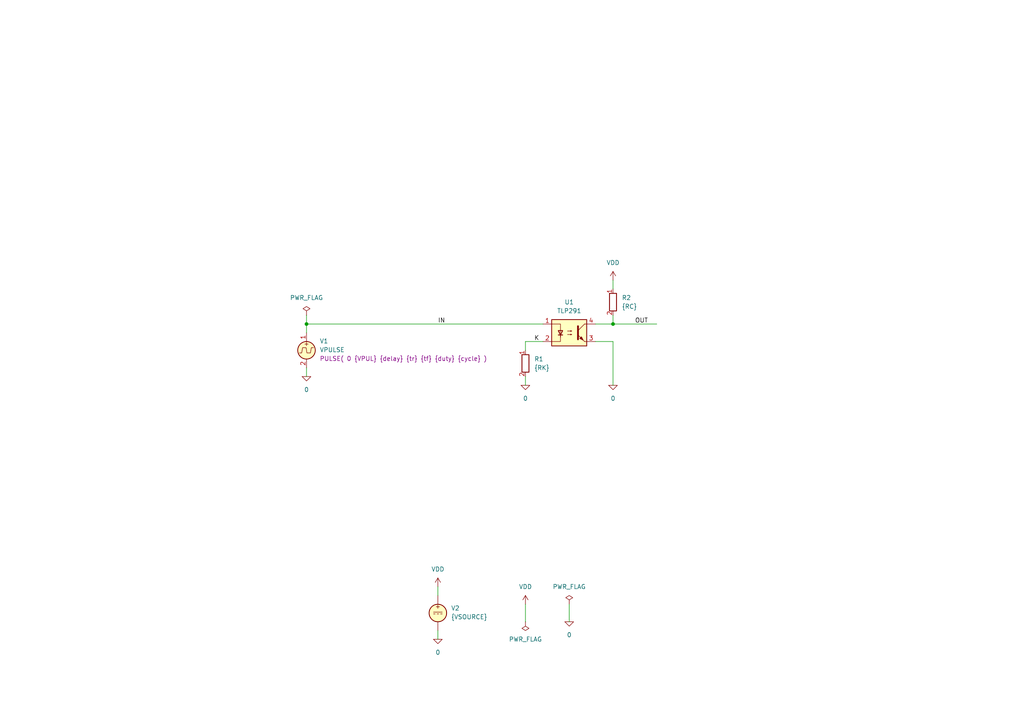
<source format=kicad_sch>
(kicad_sch
	(version 20250114)
	(generator "eeschema")
	(generator_version "9.0")
	(uuid "cef33da6-ee3a-481d-aa2f-4ac10bc73e39")
	(paper "A4")
	(title_block
		(title "Voltage:3.75Kv; Ctr Min:50%; VCE V(Br)Ceo:80V. DC")
		(date "2025-07-28")
		(rev "1")
		(company "astroelectronic@")
		(comment 1 "-")
		(comment 2 "-")
		(comment 3 "-")
		(comment 4 "AE01009291")
	)
	(lib_symbols
		(symbol "TLP291:0"
			(power)
			(pin_names
				(offset 0)
			)
			(exclude_from_sim no)
			(in_bom yes)
			(on_board yes)
			(property "Reference" "#GND"
				(at 0 -2.54 0)
				(effects
					(font
						(size 1.27 1.27)
					)
					(hide yes)
				)
			)
			(property "Value" "0"
				(at 0 -1.778 0)
				(effects
					(font
						(size 1.27 1.27)
					)
				)
			)
			(property "Footprint" ""
				(at 0 0 0)
				(effects
					(font
						(size 1.27 1.27)
					)
					(hide yes)
				)
			)
			(property "Datasheet" "~"
				(at 0 0 0)
				(effects
					(font
						(size 1.27 1.27)
					)
					(hide yes)
				)
			)
			(property "Description" "0V reference potential for simulation"
				(at 0 0 0)
				(effects
					(font
						(size 1.27 1.27)
					)
					(hide yes)
				)
			)
			(property "ki_keywords" "simulation"
				(at 0 0 0)
				(effects
					(font
						(size 1.27 1.27)
					)
					(hide yes)
				)
			)
			(symbol "0_0_1"
				(polyline
					(pts
						(xy -1.27 0) (xy 0 -1.27) (xy 1.27 0) (xy -1.27 0)
					)
					(stroke
						(width 0)
						(type default)
					)
					(fill
						(type none)
					)
				)
			)
			(symbol "0_1_1"
				(pin power_in line
					(at 0 0 0)
					(length 0)
					(hide yes)
					(name "0"
						(effects
							(font
								(size 1.016 1.016)
							)
						)
					)
					(number "1"
						(effects
							(font
								(size 1.016 1.016)
							)
						)
					)
				)
			)
			(embedded_fonts no)
		)
		(symbol "TLP291:PWR_FLAG"
			(power)
			(pin_numbers
				(hide yes)
			)
			(pin_names
				(offset 0)
				(hide yes)
			)
			(exclude_from_sim no)
			(in_bom yes)
			(on_board yes)
			(property "Reference" "#FLG"
				(at 0 1.905 0)
				(effects
					(font
						(size 1.27 1.27)
					)
					(hide yes)
				)
			)
			(property "Value" "PWR_FLAG"
				(at 0 3.81 0)
				(effects
					(font
						(size 1.27 1.27)
					)
				)
			)
			(property "Footprint" ""
				(at 0 0 0)
				(effects
					(font
						(size 1.27 1.27)
					)
					(hide yes)
				)
			)
			(property "Datasheet" "~"
				(at 0 0 0)
				(effects
					(font
						(size 1.27 1.27)
					)
					(hide yes)
				)
			)
			(property "Description" "Special symbol for telling ERC where power comes from"
				(at 0 0 0)
				(effects
					(font
						(size 1.27 1.27)
					)
					(hide yes)
				)
			)
			(property "ki_keywords" "flag power"
				(at 0 0 0)
				(effects
					(font
						(size 1.27 1.27)
					)
					(hide yes)
				)
			)
			(symbol "PWR_FLAG_0_0"
				(pin power_out line
					(at 0 0 90)
					(length 0)
					(name "pwr"
						(effects
							(font
								(size 1.27 1.27)
							)
						)
					)
					(number "1"
						(effects
							(font
								(size 1.27 1.27)
							)
						)
					)
				)
			)
			(symbol "PWR_FLAG_0_1"
				(polyline
					(pts
						(xy 0 0) (xy 0 1.27) (xy -1.016 1.905) (xy 0 2.54) (xy 1.016 1.905) (xy 0 1.27)
					)
					(stroke
						(width 0)
						(type default)
					)
					(fill
						(type none)
					)
				)
			)
			(embedded_fonts no)
		)
		(symbol "TLP291:R"
			(pin_names
				(offset 0)
				(hide yes)
			)
			(exclude_from_sim no)
			(in_bom yes)
			(on_board yes)
			(property "Reference" "R"
				(at 2.032 0 90)
				(effects
					(font
						(size 1.27 1.27)
					)
				)
			)
			(property "Value" "R"
				(at 0 0 90)
				(effects
					(font
						(size 1.27 1.27)
					)
				)
			)
			(property "Footprint" ""
				(at -1.778 0 90)
				(effects
					(font
						(size 1.27 1.27)
					)
					(hide yes)
				)
			)
			(property "Datasheet" "~"
				(at 0 0 0)
				(effects
					(font
						(size 1.27 1.27)
					)
					(hide yes)
				)
			)
			(property "Description" "Resistor"
				(at 0 0 0)
				(effects
					(font
						(size 1.27 1.27)
					)
					(hide yes)
				)
			)
			(property "ki_keywords" "R res resistor"
				(at 0 0 0)
				(effects
					(font
						(size 1.27 1.27)
					)
					(hide yes)
				)
			)
			(property "ki_fp_filters" "R_*"
				(at 0 0 0)
				(effects
					(font
						(size 1.27 1.27)
					)
					(hide yes)
				)
			)
			(symbol "R_0_1"
				(rectangle
					(start -1.016 -2.54)
					(end 1.016 2.54)
					(stroke
						(width 0.254)
						(type default)
					)
					(fill
						(type none)
					)
				)
			)
			(symbol "R_1_1"
				(pin passive line
					(at 0 3.81 270)
					(length 1.27)
					(name "~"
						(effects
							(font
								(size 1.27 1.27)
							)
						)
					)
					(number "1"
						(effects
							(font
								(size 1.27 1.27)
							)
						)
					)
				)
				(pin passive line
					(at 0 -3.81 90)
					(length 1.27)
					(name "~"
						(effects
							(font
								(size 1.27 1.27)
							)
						)
					)
					(number "2"
						(effects
							(font
								(size 1.27 1.27)
							)
						)
					)
				)
			)
			(embedded_fonts no)
		)
		(symbol "TLP291:TLP291"
			(exclude_from_sim no)
			(in_bom yes)
			(on_board yes)
			(property "Reference" "U"
				(at -5.08 5.08 0)
				(effects
					(font
						(size 1.27 1.27)
					)
					(justify left)
				)
			)
			(property "Value" "TLP291"
				(at 0 5.08 0)
				(effects
					(font
						(size 1.27 1.27)
					)
					(justify left)
				)
			)
			(property "Footprint" "Package_SO:SOIC-4_4.55x2.6mm_P1.27mm"
				(at -5.08 -5.08 0)
				(effects
					(font
						(size 1.27 1.27)
						(italic yes)
					)
					(justify left)
					(hide yes)
				)
			)
			(property "Datasheet" "https://toshiba.semicon-storage.com/info/docget.jsp?did=12884&prodName=TLP291"
				(at 0 0 0)
				(effects
					(font
						(size 1.27 1.27)
					)
					(justify left)
					(hide yes)
				)
			)
			(property "Description" "DC Optocoupler, Vce 80V, CTR 50-100%, SOP4"
				(at 0 0 0)
				(effects
					(font
						(size 1.27 1.27)
					)
					(hide yes)
				)
			)
			(property "ki_keywords" "NPN DC Optocoupler"
				(at 0 0 0)
				(effects
					(font
						(size 1.27 1.27)
					)
					(hide yes)
				)
			)
			(property "ki_fp_filters" "SOIC*4.55x2.6mm*P1.27mm*"
				(at 0 0 0)
				(effects
					(font
						(size 1.27 1.27)
					)
					(hide yes)
				)
			)
			(symbol "TLP291_0_1"
				(rectangle
					(start -5.08 3.81)
					(end 5.08 -3.81)
					(stroke
						(width 0.254)
						(type default)
					)
					(fill
						(type background)
					)
				)
				(polyline
					(pts
						(xy -5.08 2.54) (xy -2.54 2.54) (xy -2.54 -1.27) (xy -2.54 0.635)
					)
					(stroke
						(width 0)
						(type default)
					)
					(fill
						(type none)
					)
				)
				(polyline
					(pts
						(xy -3.175 -0.635) (xy -1.905 -0.635)
					)
					(stroke
						(width 0.254)
						(type default)
					)
					(fill
						(type none)
					)
				)
				(polyline
					(pts
						(xy -2.54 -0.635) (xy -2.54 -2.54) (xy -5.08 -2.54)
					)
					(stroke
						(width 0)
						(type default)
					)
					(fill
						(type none)
					)
				)
				(polyline
					(pts
						(xy -2.54 -0.635) (xy -3.175 0.635) (xy -1.905 0.635) (xy -2.54 -0.635)
					)
					(stroke
						(width 0.254)
						(type default)
					)
					(fill
						(type none)
					)
				)
				(polyline
					(pts
						(xy -0.508 0.508) (xy 0.762 0.508) (xy 0.381 0.381) (xy 0.381 0.635) (xy 0.762 0.508)
					)
					(stroke
						(width 0)
						(type default)
					)
					(fill
						(type none)
					)
				)
				(polyline
					(pts
						(xy -0.508 -0.508) (xy 0.762 -0.508) (xy 0.381 -0.635) (xy 0.381 -0.381) (xy 0.762 -0.508)
					)
					(stroke
						(width 0)
						(type default)
					)
					(fill
						(type none)
					)
				)
				(polyline
					(pts
						(xy 2.54 1.905) (xy 2.54 -1.905)
					)
					(stroke
						(width 0.508)
						(type default)
					)
					(fill
						(type none)
					)
				)
				(polyline
					(pts
						(xy 2.54 0.635) (xy 4.445 2.54)
					)
					(stroke
						(width 0)
						(type default)
					)
					(fill
						(type none)
					)
				)
				(polyline
					(pts
						(xy 3.048 -1.651) (xy 3.556 -1.143) (xy 4.064 -2.159) (xy 3.048 -1.651)
					)
					(stroke
						(width 0)
						(type default)
					)
					(fill
						(type outline)
					)
				)
				(polyline
					(pts
						(xy 4.445 2.54) (xy 5.08 2.54)
					)
					(stroke
						(width 0)
						(type default)
					)
					(fill
						(type none)
					)
				)
				(polyline
					(pts
						(xy 4.445 -2.54) (xy 2.54 -0.635)
					)
					(stroke
						(width 0)
						(type default)
					)
					(fill
						(type outline)
					)
				)
				(polyline
					(pts
						(xy 4.445 -2.54) (xy 5.08 -2.54)
					)
					(stroke
						(width 0)
						(type default)
					)
					(fill
						(type none)
					)
				)
			)
			(symbol "TLP291_1_1"
				(pin passive line
					(at -7.62 2.54 0)
					(length 2.54)
					(name "~"
						(effects
							(font
								(size 1.27 1.27)
							)
						)
					)
					(number "1"
						(effects
							(font
								(size 1.27 1.27)
							)
						)
					)
				)
				(pin passive line
					(at -7.62 -2.54 0)
					(length 2.54)
					(name "~"
						(effects
							(font
								(size 1.27 1.27)
							)
						)
					)
					(number "2"
						(effects
							(font
								(size 1.27 1.27)
							)
						)
					)
				)
				(pin passive line
					(at 7.62 2.54 180)
					(length 2.54)
					(name "~"
						(effects
							(font
								(size 1.27 1.27)
							)
						)
					)
					(number "4"
						(effects
							(font
								(size 1.27 1.27)
							)
						)
					)
				)
				(pin passive line
					(at 7.62 -2.54 180)
					(length 2.54)
					(name "~"
						(effects
							(font
								(size 1.27 1.27)
							)
						)
					)
					(number "3"
						(effects
							(font
								(size 1.27 1.27)
							)
						)
					)
				)
			)
			(embedded_fonts no)
		)
		(symbol "TLP291:VDC"
			(pin_numbers
				(hide yes)
			)
			(pin_names
				(offset 0.0254)
			)
			(exclude_from_sim no)
			(in_bom yes)
			(on_board yes)
			(property "Reference" "V"
				(at 2.54 2.54 0)
				(effects
					(font
						(size 1.27 1.27)
					)
					(justify left)
				)
			)
			(property "Value" "1"
				(at 2.54 0 0)
				(effects
					(font
						(size 1.27 1.27)
					)
					(justify left)
				)
			)
			(property "Footprint" ""
				(at 0 0 0)
				(effects
					(font
						(size 1.27 1.27)
					)
					(hide yes)
				)
			)
			(property "Datasheet" "~"
				(at 0 0 0)
				(effects
					(font
						(size 1.27 1.27)
					)
					(hide yes)
				)
			)
			(property "Description" "Voltage source, DC"
				(at 0 0 0)
				(effects
					(font
						(size 1.27 1.27)
					)
					(hide yes)
				)
			)
			(property "Sim.Pins" "1=+ 2=-"
				(at 0 0 0)
				(effects
					(font
						(size 1.27 1.27)
					)
					(hide yes)
				)
			)
			(property "Sim.Type" "DC"
				(at 0 0 0)
				(effects
					(font
						(size 1.27 1.27)
					)
					(hide yes)
				)
			)
			(property "Sim.Device" "V"
				(at 0 0 0)
				(effects
					(font
						(size 1.27 1.27)
					)
					(justify left)
					(hide yes)
				)
			)
			(property "Spice_Netlist_Enabled" "Y"
				(at 0 0 0)
				(effects
					(font
						(size 1.27 1.27)
					)
					(justify left)
					(hide yes)
				)
			)
			(property "ki_keywords" "simulation"
				(at 0 0 0)
				(effects
					(font
						(size 1.27 1.27)
					)
					(hide yes)
				)
			)
			(symbol "VDC_0_0"
				(polyline
					(pts
						(xy -1.27 0.254) (xy 1.27 0.254)
					)
					(stroke
						(width 0)
						(type default)
					)
					(fill
						(type none)
					)
				)
				(polyline
					(pts
						(xy -0.762 -0.254) (xy -1.27 -0.254)
					)
					(stroke
						(width 0)
						(type default)
					)
					(fill
						(type none)
					)
				)
				(polyline
					(pts
						(xy 0.254 -0.254) (xy -0.254 -0.254)
					)
					(stroke
						(width 0)
						(type default)
					)
					(fill
						(type none)
					)
				)
				(polyline
					(pts
						(xy 1.27 -0.254) (xy 0.762 -0.254)
					)
					(stroke
						(width 0)
						(type default)
					)
					(fill
						(type none)
					)
				)
				(text "+"
					(at 0 1.905 0)
					(effects
						(font
							(size 1.27 1.27)
						)
					)
				)
			)
			(symbol "VDC_0_1"
				(circle
					(center 0 0)
					(radius 2.54)
					(stroke
						(width 0.254)
						(type default)
					)
					(fill
						(type background)
					)
				)
			)
			(symbol "VDC_1_1"
				(pin passive line
					(at 0 5.08 270)
					(length 2.54)
					(name "~"
						(effects
							(font
								(size 1.27 1.27)
							)
						)
					)
					(number "1"
						(effects
							(font
								(size 1.27 1.27)
							)
						)
					)
				)
				(pin passive line
					(at 0 -5.08 90)
					(length 2.54)
					(name "~"
						(effects
							(font
								(size 1.27 1.27)
							)
						)
					)
					(number "2"
						(effects
							(font
								(size 1.27 1.27)
							)
						)
					)
				)
			)
			(embedded_fonts no)
		)
		(symbol "TLP291:VDD"
			(power)
			(pin_names
				(offset 0)
			)
			(exclude_from_sim no)
			(in_bom yes)
			(on_board yes)
			(property "Reference" "#PWR"
				(at 0 -3.81 0)
				(effects
					(font
						(size 1.27 1.27)
					)
					(hide yes)
				)
			)
			(property "Value" "VDD"
				(at 0 3.81 0)
				(effects
					(font
						(size 1.27 1.27)
					)
				)
			)
			(property "Footprint" ""
				(at 0 0 0)
				(effects
					(font
						(size 1.27 1.27)
					)
					(hide yes)
				)
			)
			(property "Datasheet" ""
				(at 0 0 0)
				(effects
					(font
						(size 1.27 1.27)
					)
					(hide yes)
				)
			)
			(property "Description" "Power symbol creates a global label with name \"VDD\""
				(at 0 0 0)
				(effects
					(font
						(size 1.27 1.27)
					)
					(hide yes)
				)
			)
			(property "ki_keywords" "global power"
				(at 0 0 0)
				(effects
					(font
						(size 1.27 1.27)
					)
					(hide yes)
				)
			)
			(symbol "VDD_0_1"
				(polyline
					(pts
						(xy -0.762 1.27) (xy 0 2.54)
					)
					(stroke
						(width 0)
						(type default)
					)
					(fill
						(type none)
					)
				)
				(polyline
					(pts
						(xy 0 2.54) (xy 0.762 1.27)
					)
					(stroke
						(width 0)
						(type default)
					)
					(fill
						(type none)
					)
				)
				(polyline
					(pts
						(xy 0 0) (xy 0 2.54)
					)
					(stroke
						(width 0)
						(type default)
					)
					(fill
						(type none)
					)
				)
			)
			(symbol "VDD_1_1"
				(pin power_in line
					(at 0 0 90)
					(length 0)
					(hide yes)
					(name "VDD"
						(effects
							(font
								(size 1.27 1.27)
							)
						)
					)
					(number "1"
						(effects
							(font
								(size 1.27 1.27)
							)
						)
					)
				)
			)
			(embedded_fonts no)
		)
		(symbol "TLP291:VPULSE"
			(pin_names
				(offset 0.0254)
				(hide yes)
			)
			(exclude_from_sim no)
			(in_bom yes)
			(on_board yes)
			(property "Reference" "V"
				(at 2.54 2.54 0)
				(effects
					(font
						(size 1.27 1.27)
					)
					(justify left)
				)
			)
			(property "Value" "VPULSE"
				(at 2.54 0 0)
				(effects
					(font
						(size 1.27 1.27)
					)
					(justify left)
				)
			)
			(property "Footprint" ""
				(at 0 0 0)
				(effects
					(font
						(size 1.27 1.27)
					)
					(hide yes)
				)
			)
			(property "Datasheet" "~"
				(at 0 0 0)
				(effects
					(font
						(size 1.27 1.27)
					)
					(hide yes)
				)
			)
			(property "Description" "Voltage source, pulse"
				(at 0 0 0)
				(effects
					(font
						(size 1.27 1.27)
					)
					(hide yes)
				)
			)
			(property "Sim.Pins" "1=+ 2=-"
				(at 0 0 0)
				(effects
					(font
						(size 1.27 1.27)
					)
					(hide yes)
				)
			)
			(property "Sim.Type" "PULSE"
				(at 0 0 0)
				(effects
					(font
						(size 1.27 1.27)
					)
					(hide yes)
				)
			)
			(property "Sim.Device" "V"
				(at 0 0 0)
				(effects
					(font
						(size 1.27 1.27)
					)
					(justify left)
					(hide yes)
				)
			)
			(property "Sim.Params" "y1=0 y2=1 td=2n tr=2n tf=2n tw=50n per=100n"
				(at 2.54 -2.54 0)
				(effects
					(font
						(size 1.27 1.27)
					)
					(justify left)
				)
			)
			(property "Spice_Netlist_Enabled" "Y"
				(at 0 0 0)
				(effects
					(font
						(size 1.27 1.27)
					)
					(justify left)
					(hide yes)
				)
			)
			(property "ki_keywords" "simulation"
				(at 0 0 0)
				(effects
					(font
						(size 1.27 1.27)
					)
					(hide yes)
				)
			)
			(symbol "VPULSE_0_0"
				(polyline
					(pts
						(xy -2.032 -0.762) (xy -1.397 -0.762) (xy -1.143 0.762) (xy -0.127 0.762) (xy 0.127 -0.762) (xy 1.143 -0.762)
						(xy 1.397 0.762) (xy 2.032 0.762)
					)
					(stroke
						(width 0)
						(type default)
					)
					(fill
						(type none)
					)
				)
				(text "+"
					(at 0 1.905 0)
					(effects
						(font
							(size 1.27 1.27)
						)
					)
				)
			)
			(symbol "VPULSE_0_1"
				(circle
					(center 0 0)
					(radius 2.54)
					(stroke
						(width 0.254)
						(type default)
					)
					(fill
						(type background)
					)
				)
			)
			(symbol "VPULSE_1_1"
				(pin passive line
					(at 0 5.08 270)
					(length 2.54)
					(name "~"
						(effects
							(font
								(size 1.27 1.27)
							)
						)
					)
					(number "1"
						(effects
							(font
								(size 1.27 1.27)
							)
						)
					)
				)
				(pin passive line
					(at 0 -5.08 90)
					(length 2.54)
					(name "~"
						(effects
							(font
								(size 1.27 1.27)
							)
						)
					)
					(number "2"
						(effects
							(font
								(size 1.27 1.27)
							)
						)
					)
				)
			)
			(embedded_fonts no)
		)
	)
	(junction
		(at 88.9 93.98)
		(diameter 0)
		(color 0 0 0 0)
		(uuid "3a20abf5-22c3-41d7-b44a-9767458b3c3c")
	)
	(junction
		(at 177.8 93.98)
		(diameter 0)
		(color 0 0 0 0)
		(uuid "c39b429b-c697-40bf-9982-176ced41db60")
	)
	(wire
		(pts
			(xy 127 170.18) (xy 127 172.72)
		)
		(stroke
			(width 0)
			(type default)
		)
		(uuid "28873a31-74fb-4749-9e9d-b4a340ea1f56")
	)
	(wire
		(pts
			(xy 172.72 99.06) (xy 177.8 99.06)
		)
		(stroke
			(width 0)
			(type default)
		)
		(uuid "34ab66c4-8283-4071-b195-b330757025b0")
	)
	(wire
		(pts
			(xy 88.9 93.98) (xy 157.48 93.98)
		)
		(stroke
			(width 0)
			(type default)
		)
		(uuid "35742691-94e7-439e-8857-37c0c9c3e347")
	)
	(wire
		(pts
			(xy 88.9 91.44) (xy 88.9 93.98)
		)
		(stroke
			(width 0)
			(type default)
		)
		(uuid "3d60844d-ac83-408f-a3e4-77652e8d5322")
	)
	(wire
		(pts
			(xy 88.9 106.68) (xy 88.9 109.22)
		)
		(stroke
			(width 0)
			(type default)
		)
		(uuid "48337b8a-32cd-4fdd-8254-07e19e7208d8")
	)
	(wire
		(pts
			(xy 152.4 175.26) (xy 152.4 180.34)
		)
		(stroke
			(width 0)
			(type default)
		)
		(uuid "4ae60f2d-dd02-4f5f-b523-25109d3577a1")
	)
	(wire
		(pts
			(xy 177.8 91.44) (xy 177.8 93.98)
		)
		(stroke
			(width 0)
			(type default)
		)
		(uuid "56f805e4-12e4-49c4-8ade-d59d0956a1d1")
	)
	(wire
		(pts
			(xy 152.4 109.22) (xy 152.4 111.76)
		)
		(stroke
			(width 0)
			(type default)
		)
		(uuid "594aecda-9ac3-40d7-822c-d48146bcc8b5")
	)
	(wire
		(pts
			(xy 165.1 175.26) (xy 165.1 180.34)
		)
		(stroke
			(width 0)
			(type default)
		)
		(uuid "80f09124-85e6-46ae-b912-35b696d61e49")
	)
	(wire
		(pts
			(xy 127 182.88) (xy 127 185.42)
		)
		(stroke
			(width 0)
			(type default)
		)
		(uuid "89393652-650d-4d89-a225-638ef39e0473")
	)
	(wire
		(pts
			(xy 177.8 99.06) (xy 177.8 111.76)
		)
		(stroke
			(width 0)
			(type default)
		)
		(uuid "a124b771-473c-4461-8d38-c604d8a26151")
	)
	(wire
		(pts
			(xy 177.8 93.98) (xy 190.5 93.98)
		)
		(stroke
			(width 0)
			(type default)
		)
		(uuid "c7de399e-50e6-4e40-a092-f3eff242241b")
	)
	(wire
		(pts
			(xy 152.4 99.06) (xy 152.4 101.6)
		)
		(stroke
			(width 0)
			(type default)
		)
		(uuid "d09866f8-8de1-4f29-aba3-542f543a5ab0")
	)
	(wire
		(pts
			(xy 177.8 81.28) (xy 177.8 83.82)
		)
		(stroke
			(width 0)
			(type default)
		)
		(uuid "d0ee27f6-2513-4150-b757-975715e834cf")
	)
	(wire
		(pts
			(xy 157.48 99.06) (xy 152.4 99.06)
		)
		(stroke
			(width 0)
			(type default)
		)
		(uuid "d126c1d1-41d4-4698-9640-2db48971be8b")
	)
	(wire
		(pts
			(xy 172.72 93.98) (xy 177.8 93.98)
		)
		(stroke
			(width 0)
			(type default)
		)
		(uuid "df3ed64e-9c5e-4960-9c93-53ccc5e4b648")
	)
	(wire
		(pts
			(xy 88.9 93.98) (xy 88.9 96.52)
		)
		(stroke
			(width 0)
			(type default)
		)
		(uuid "e9075dfb-f44f-4547-b92e-f31aca471348")
	)
	(label "K"
		(at 154.94 99.06 0)
		(effects
			(font
				(size 1.27 1.27)
			)
			(justify left bottom)
		)
		(uuid "1f9a691f-3d99-4cf3-b4ee-331675fb09af")
	)
	(label "IN"
		(at 127 93.98 0)
		(effects
			(font
				(size 1.27 1.27)
			)
			(justify left bottom)
		)
		(uuid "42d93ba0-ee3e-40e5-b6e7-a8e66a933ee2")
	)
	(label "OUT"
		(at 184.15 93.98 0)
		(effects
			(font
				(size 1.27 1.27)
			)
			(justify left bottom)
		)
		(uuid "ec07b2e3-e982-4e51-a01d-bf5cd504bf04")
	)
	(symbol
		(lib_id "TLP291:R")
		(at 177.8 87.63 0)
		(unit 1)
		(exclude_from_sim no)
		(in_bom yes)
		(on_board yes)
		(dnp no)
		(fields_autoplaced yes)
		(uuid "0606400d-67f8-4706-a9b3-3828a33b3440")
		(property "Reference" "R2"
			(at 180.34 86.3599 0)
			(effects
				(font
					(size 1.27 1.27)
				)
				(justify left)
			)
		)
		(property "Value" "{RC}"
			(at 180.34 88.8999 0)
			(effects
				(font
					(size 1.27 1.27)
				)
				(justify left)
			)
		)
		(property "Footprint" ""
			(at 176.022 87.63 90)
			(effects
				(font
					(size 1.27 1.27)
				)
				(hide yes)
			)
		)
		(property "Datasheet" "~"
			(at 177.8 87.63 0)
			(effects
				(font
					(size 1.27 1.27)
				)
				(hide yes)
			)
		)
		(property "Description" "Resistor"
			(at 177.8 87.63 0)
			(effects
				(font
					(size 1.27 1.27)
				)
				(hide yes)
			)
		)
		(pin "2"
			(uuid "d776f0e7-b2a5-4bf3-b81e-7c362ff11939")
		)
		(pin "1"
			(uuid "2b33c4f4-9af2-4c13-a85c-d021abce6d3b")
		)
		(instances
			(project "TLP291"
				(path "/cef33da6-ee3a-481d-aa2f-4ac10bc73e39"
					(reference "R2")
					(unit 1)
				)
			)
		)
	)
	(symbol
		(lib_id "TLP291:PWR_FLAG")
		(at 165.1 175.26 0)
		(unit 1)
		(exclude_from_sim no)
		(in_bom yes)
		(on_board yes)
		(dnp no)
		(fields_autoplaced yes)
		(uuid "083cd355-0705-466a-9708-2e1fb7f37dd7")
		(property "Reference" "#FLG02"
			(at 165.1 173.355 0)
			(effects
				(font
					(size 1.27 1.27)
				)
				(hide yes)
			)
		)
		(property "Value" "PWR_FLAG"
			(at 165.1 170.18 0)
			(effects
				(font
					(size 1.27 1.27)
				)
			)
		)
		(property "Footprint" ""
			(at 165.1 175.26 0)
			(effects
				(font
					(size 1.27 1.27)
				)
				(hide yes)
			)
		)
		(property "Datasheet" "~"
			(at 165.1 175.26 0)
			(effects
				(font
					(size 1.27 1.27)
				)
				(hide yes)
			)
		)
		(property "Description" "Special symbol for telling ERC where power comes from"
			(at 165.1 175.26 0)
			(effects
				(font
					(size 1.27 1.27)
				)
				(hide yes)
			)
		)
		(pin "1"
			(uuid "4e8ad974-d7fb-4d4f-9bf9-c7e57ce2e35e")
		)
		(instances
			(project "TLP291"
				(path "/cef33da6-ee3a-481d-aa2f-4ac10bc73e39"
					(reference "#FLG02")
					(unit 1)
				)
			)
		)
	)
	(symbol
		(lib_id "TLP291:VDD")
		(at 127 170.18 0)
		(unit 1)
		(exclude_from_sim no)
		(in_bom yes)
		(on_board yes)
		(dnp no)
		(fields_autoplaced yes)
		(uuid "62a60ed7-0676-4f90-9505-276c41e99779")
		(property "Reference" "#PWR02"
			(at 127 173.99 0)
			(effects
				(font
					(size 1.27 1.27)
				)
				(hide yes)
			)
		)
		(property "Value" "VDD"
			(at 127 165.1 0)
			(effects
				(font
					(size 1.27 1.27)
				)
			)
		)
		(property "Footprint" ""
			(at 127 170.18 0)
			(effects
				(font
					(size 1.27 1.27)
				)
				(hide yes)
			)
		)
		(property "Datasheet" ""
			(at 127 170.18 0)
			(effects
				(font
					(size 1.27 1.27)
				)
				(hide yes)
			)
		)
		(property "Description" "Power symbol creates a global label with name \"VDD\""
			(at 127 170.18 0)
			(effects
				(font
					(size 1.27 1.27)
				)
				(hide yes)
			)
		)
		(pin "1"
			(uuid "eda5ffca-2b61-408e-b4cb-9ed5563f7655")
		)
		(instances
			(project "TLP291"
				(path "/cef33da6-ee3a-481d-aa2f-4ac10bc73e39"
					(reference "#PWR02")
					(unit 1)
				)
			)
		)
	)
	(symbol
		(lib_id "TLP291:VDD")
		(at 177.8 81.28 0)
		(unit 1)
		(exclude_from_sim no)
		(in_bom yes)
		(on_board yes)
		(dnp no)
		(fields_autoplaced yes)
		(uuid "6c1d49d9-bb31-41ca-b768-287004d2f065")
		(property "Reference" "#PWR01"
			(at 177.8 85.09 0)
			(effects
				(font
					(size 1.27 1.27)
				)
				(hide yes)
			)
		)
		(property "Value" "VDD"
			(at 177.8 76.2 0)
			(effects
				(font
					(size 1.27 1.27)
				)
			)
		)
		(property "Footprint" ""
			(at 177.8 81.28 0)
			(effects
				(font
					(size 1.27 1.27)
				)
				(hide yes)
			)
		)
		(property "Datasheet" ""
			(at 177.8 81.28 0)
			(effects
				(font
					(size 1.27 1.27)
				)
				(hide yes)
			)
		)
		(property "Description" "Power symbol creates a global label with name \"VDD\""
			(at 177.8 81.28 0)
			(effects
				(font
					(size 1.27 1.27)
				)
				(hide yes)
			)
		)
		(pin "1"
			(uuid "93bb6bf4-5b06-489f-936d-3e037857d667")
		)
		(instances
			(project "TLP291"
				(path "/cef33da6-ee3a-481d-aa2f-4ac10bc73e39"
					(reference "#PWR01")
					(unit 1)
				)
			)
		)
	)
	(symbol
		(lib_id "TLP291:0")
		(at 165.1 180.34 0)
		(unit 1)
		(exclude_from_sim no)
		(in_bom yes)
		(on_board yes)
		(dnp no)
		(fields_autoplaced yes)
		(uuid "7154320e-0254-43c1-ada9-a04045e148ea")
		(property "Reference" "#GND05"
			(at 165.1 182.88 0)
			(effects
				(font
					(size 1.27 1.27)
				)
				(hide yes)
			)
		)
		(property "Value" "0"
			(at 165.1 184.15 0)
			(effects
				(font
					(size 1.27 1.27)
				)
			)
		)
		(property "Footprint" ""
			(at 165.1 180.34 0)
			(effects
				(font
					(size 1.27 1.27)
				)
				(hide yes)
			)
		)
		(property "Datasheet" "~"
			(at 165.1 180.34 0)
			(effects
				(font
					(size 1.27 1.27)
				)
				(hide yes)
			)
		)
		(property "Description" "0V reference potential for simulation"
			(at 165.1 180.34 0)
			(effects
				(font
					(size 1.27 1.27)
				)
				(hide yes)
			)
		)
		(pin "1"
			(uuid "9d076c22-6245-43be-bd11-6d4c02d08777")
		)
		(instances
			(project "TLP291"
				(path "/cef33da6-ee3a-481d-aa2f-4ac10bc73e39"
					(reference "#GND05")
					(unit 1)
				)
			)
		)
	)
	(symbol
		(lib_id "TLP291:0")
		(at 127 185.42 0)
		(unit 1)
		(exclude_from_sim no)
		(in_bom yes)
		(on_board yes)
		(dnp no)
		(fields_autoplaced yes)
		(uuid "8a7ab145-1b03-4744-a0c1-eaf5c62c58b1")
		(property "Reference" "#GND04"
			(at 127 187.96 0)
			(effects
				(font
					(size 1.27 1.27)
				)
				(hide yes)
			)
		)
		(property "Value" "0"
			(at 127 189.23 0)
			(effects
				(font
					(size 1.27 1.27)
				)
			)
		)
		(property "Footprint" ""
			(at 127 185.42 0)
			(effects
				(font
					(size 1.27 1.27)
				)
				(hide yes)
			)
		)
		(property "Datasheet" "~"
			(at 127 185.42 0)
			(effects
				(font
					(size 1.27 1.27)
				)
				(hide yes)
			)
		)
		(property "Description" "0V reference potential for simulation"
			(at 127 185.42 0)
			(effects
				(font
					(size 1.27 1.27)
				)
				(hide yes)
			)
		)
		(pin "1"
			(uuid "8cf3d99a-3d6b-4867-b231-25b1ff4a05ee")
		)
		(instances
			(project "TLP291"
				(path "/cef33da6-ee3a-481d-aa2f-4ac10bc73e39"
					(reference "#GND04")
					(unit 1)
				)
			)
		)
	)
	(symbol
		(lib_id "TLP291:0")
		(at 152.4 111.76 0)
		(unit 1)
		(exclude_from_sim no)
		(in_bom yes)
		(on_board yes)
		(dnp no)
		(fields_autoplaced yes)
		(uuid "9623ea41-2ac5-44c3-b1f5-ca5522ef3b53")
		(property "Reference" "#GND02"
			(at 152.4 114.3 0)
			(effects
				(font
					(size 1.27 1.27)
				)
				(hide yes)
			)
		)
		(property "Value" "0"
			(at 152.4 115.57 0)
			(effects
				(font
					(size 1.27 1.27)
				)
			)
		)
		(property "Footprint" ""
			(at 152.4 111.76 0)
			(effects
				(font
					(size 1.27 1.27)
				)
				(hide yes)
			)
		)
		(property "Datasheet" "~"
			(at 152.4 111.76 0)
			(effects
				(font
					(size 1.27 1.27)
				)
				(hide yes)
			)
		)
		(property "Description" "0V reference potential for simulation"
			(at 152.4 111.76 0)
			(effects
				(font
					(size 1.27 1.27)
				)
				(hide yes)
			)
		)
		(pin "1"
			(uuid "8bf4e401-4aff-4d3f-999a-a2c3234153eb")
		)
		(instances
			(project "TLP291"
				(path "/cef33da6-ee3a-481d-aa2f-4ac10bc73e39"
					(reference "#GND02")
					(unit 1)
				)
			)
		)
	)
	(symbol
		(lib_id "TLP291:R")
		(at 152.4 105.41 0)
		(unit 1)
		(exclude_from_sim no)
		(in_bom yes)
		(on_board yes)
		(dnp no)
		(fields_autoplaced yes)
		(uuid "97a1c947-000d-46d0-b9a6-7d679e1cdcd7")
		(property "Reference" "R1"
			(at 154.94 104.1399 0)
			(effects
				(font
					(size 1.27 1.27)
				)
				(justify left)
			)
		)
		(property "Value" "{RK}"
			(at 154.94 106.6799 0)
			(effects
				(font
					(size 1.27 1.27)
				)
				(justify left)
			)
		)
		(property "Footprint" ""
			(at 150.622 105.41 90)
			(effects
				(font
					(size 1.27 1.27)
				)
				(hide yes)
			)
		)
		(property "Datasheet" "~"
			(at 152.4 105.41 0)
			(effects
				(font
					(size 1.27 1.27)
				)
				(hide yes)
			)
		)
		(property "Description" "Resistor"
			(at 152.4 105.41 0)
			(effects
				(font
					(size 1.27 1.27)
				)
				(hide yes)
			)
		)
		(pin "2"
			(uuid "d7709648-a7a1-4426-8378-298c75330066")
		)
		(pin "1"
			(uuid "dc8c0090-8cb8-444d-a111-a9fff2c46bd0")
		)
		(instances
			(project "TLP291"
				(path "/cef33da6-ee3a-481d-aa2f-4ac10bc73e39"
					(reference "R1")
					(unit 1)
				)
			)
		)
	)
	(symbol
		(lib_id "TLP291:PWR_FLAG")
		(at 152.4 180.34 180)
		(unit 1)
		(exclude_from_sim no)
		(in_bom yes)
		(on_board yes)
		(dnp no)
		(fields_autoplaced yes)
		(uuid "b601d645-9cad-4a32-a122-df0622433b57")
		(property "Reference" "#FLG03"
			(at 152.4 182.245 0)
			(effects
				(font
					(size 1.27 1.27)
				)
				(hide yes)
			)
		)
		(property "Value" "PWR_FLAG"
			(at 152.4 185.42 0)
			(effects
				(font
					(size 1.27 1.27)
				)
			)
		)
		(property "Footprint" ""
			(at 152.4 180.34 0)
			(effects
				(font
					(size 1.27 1.27)
				)
				(hide yes)
			)
		)
		(property "Datasheet" "~"
			(at 152.4 180.34 0)
			(effects
				(font
					(size 1.27 1.27)
				)
				(hide yes)
			)
		)
		(property "Description" "Special symbol for telling ERC where power comes from"
			(at 152.4 180.34 0)
			(effects
				(font
					(size 1.27 1.27)
				)
				(hide yes)
			)
		)
		(pin "1"
			(uuid "a71b6397-23fb-4bf8-8465-84603526fd62")
		)
		(instances
			(project "TLP291"
				(path "/cef33da6-ee3a-481d-aa2f-4ac10bc73e39"
					(reference "#FLG03")
					(unit 1)
				)
			)
		)
	)
	(symbol
		(lib_id "TLP291:TLP291")
		(at 165.1 96.52 0)
		(unit 1)
		(exclude_from_sim no)
		(in_bom yes)
		(on_board yes)
		(dnp no)
		(uuid "b8cf5810-ab51-42f9-8a08-fe8491ce5136")
		(property "Reference" "U1"
			(at 165.1 87.63 0)
			(effects
				(font
					(size 1.27 1.27)
				)
			)
		)
		(property "Value" "TLP291"
			(at 165.1 90.17 0)
			(effects
				(font
					(size 1.27 1.27)
				)
			)
		)
		(property "Footprint" "Package_SO:SOIC-4_4.55x2.6mm_P1.27mm"
			(at 160.02 101.6 0)
			(effects
				(font
					(size 1.27 1.27)
					(italic yes)
				)
				(justify left)
				(hide yes)
			)
		)
		(property "Datasheet" "https://toshiba.semicon-storage.com/info/docget.jsp?did=12884&prodName=TLP291"
			(at 165.1 96.52 0)
			(effects
				(font
					(size 1.27 1.27)
				)
				(justify left)
				(hide yes)
			)
		)
		(property "Description" "DC Optocoupler, Vce 80V, CTR 50-100%, SOP4"
			(at 165.1 96.52 0)
			(effects
				(font
					(size 1.27 1.27)
				)
				(hide yes)
			)
		)
		(pin "4"
			(uuid "f2166d6e-1ba5-4d96-b6d1-b62938af4bcd")
		)
		(pin "2"
			(uuid "b69ea7a3-1a27-456f-a809-685a13547b56")
		)
		(pin "3"
			(uuid "12388754-960f-4d26-a83a-63e9e668151b")
		)
		(pin "1"
			(uuid "fe58bc65-edda-48d3-b4c2-39d5ff4e4d1c")
		)
		(instances
			(project ""
				(path "/cef33da6-ee3a-481d-aa2f-4ac10bc73e39"
					(reference "U1")
					(unit 1)
				)
			)
		)
	)
	(symbol
		(lib_id "TLP291:VPULSE")
		(at 88.9 101.6 0)
		(unit 1)
		(exclude_from_sim no)
		(in_bom yes)
		(on_board yes)
		(dnp no)
		(fields_autoplaced yes)
		(uuid "c7b97c45-370b-4446-831b-38967109645e")
		(property "Reference" "V1"
			(at 92.71 98.9301 0)
			(effects
				(font
					(size 1.27 1.27)
				)
				(justify left)
			)
		)
		(property "Value" "VPULSE"
			(at 92.71 101.4701 0)
			(effects
				(font
					(size 1.27 1.27)
				)
				(justify left)
			)
		)
		(property "Footprint" ""
			(at 88.9 101.6 0)
			(effects
				(font
					(size 1.27 1.27)
				)
				(hide yes)
			)
		)
		(property "Datasheet" "~"
			(at 88.9 101.6 0)
			(effects
				(font
					(size 1.27 1.27)
				)
				(hide yes)
			)
		)
		(property "Description" "Voltage source, pulse"
			(at 88.9 101.6 0)
			(effects
				(font
					(size 1.27 1.27)
				)
				(hide yes)
			)
		)
		(property "Sim.Pins" "1=+ 2=-"
			(at 88.9 101.6 0)
			(effects
				(font
					(size 1.27 1.27)
				)
				(hide yes)
			)
		)
		(property "Sim.Type" "PULSE"
			(at 88.9 101.6 0)
			(effects
				(font
					(size 1.27 1.27)
				)
				(hide yes)
			)
		)
		(property "Sim.Device" "V"
			(at 88.9 101.6 0)
			(effects
				(font
					(size 1.27 1.27)
				)
				(justify left)
				(hide yes)
			)
		)
		(property "Sim.Params" "PULSE( 0 {VPUL} {delay} {tr} {tf} {duty} {cycle} )"
			(at 92.71 104.0101 0)
			(effects
				(font
					(size 1.27 1.27)
				)
				(justify left)
			)
		)
		(pin "1"
			(uuid "45cf4a0d-50cc-49ed-9adf-81d619c6f73d")
		)
		(pin "2"
			(uuid "c0c259be-6be4-481b-8f9a-82be1fc78fd2")
		)
		(instances
			(project "TLP291"
				(path "/cef33da6-ee3a-481d-aa2f-4ac10bc73e39"
					(reference "V1")
					(unit 1)
				)
			)
		)
	)
	(symbol
		(lib_id "TLP291:0")
		(at 88.9 109.22 0)
		(unit 1)
		(exclude_from_sim no)
		(in_bom yes)
		(on_board yes)
		(dnp no)
		(fields_autoplaced yes)
		(uuid "d0d01790-88e1-48fb-8162-5916f0ad2d12")
		(property "Reference" "#GND01"
			(at 88.9 111.76 0)
			(effects
				(font
					(size 1.27 1.27)
				)
				(hide yes)
			)
		)
		(property "Value" "0"
			(at 88.9 113.03 0)
			(effects
				(font
					(size 1.27 1.27)
				)
			)
		)
		(property "Footprint" ""
			(at 88.9 109.22 0)
			(effects
				(font
					(size 1.27 1.27)
				)
				(hide yes)
			)
		)
		(property "Datasheet" "~"
			(at 88.9 109.22 0)
			(effects
				(font
					(size 1.27 1.27)
				)
				(hide yes)
			)
		)
		(property "Description" "0V reference potential for simulation"
			(at 88.9 109.22 0)
			(effects
				(font
					(size 1.27 1.27)
				)
				(hide yes)
			)
		)
		(pin "1"
			(uuid "11e87983-b6d9-4ff1-b1af-f915db15771f")
		)
		(instances
			(project "TLP291"
				(path "/cef33da6-ee3a-481d-aa2f-4ac10bc73e39"
					(reference "#GND01")
					(unit 1)
				)
			)
		)
	)
	(symbol
		(lib_id "TLP291:0")
		(at 177.8 111.76 0)
		(unit 1)
		(exclude_from_sim no)
		(in_bom yes)
		(on_board yes)
		(dnp no)
		(fields_autoplaced yes)
		(uuid "d4a256aa-5ae2-49bc-91a2-cd39508205ea")
		(property "Reference" "#GND03"
			(at 177.8 114.3 0)
			(effects
				(font
					(size 1.27 1.27)
				)
				(hide yes)
			)
		)
		(property "Value" "0"
			(at 177.8 115.57 0)
			(effects
				(font
					(size 1.27 1.27)
				)
			)
		)
		(property "Footprint" ""
			(at 177.8 111.76 0)
			(effects
				(font
					(size 1.27 1.27)
				)
				(hide yes)
			)
		)
		(property "Datasheet" "~"
			(at 177.8 111.76 0)
			(effects
				(font
					(size 1.27 1.27)
				)
				(hide yes)
			)
		)
		(property "Description" "0V reference potential for simulation"
			(at 177.8 111.76 0)
			(effects
				(font
					(size 1.27 1.27)
				)
				(hide yes)
			)
		)
		(pin "1"
			(uuid "275076be-bca3-4097-95cd-866de497e017")
		)
		(instances
			(project "TLP291"
				(path "/cef33da6-ee3a-481d-aa2f-4ac10bc73e39"
					(reference "#GND03")
					(unit 1)
				)
			)
		)
	)
	(symbol
		(lib_id "TLP291:VDD")
		(at 152.4 175.26 0)
		(unit 1)
		(exclude_from_sim no)
		(in_bom yes)
		(on_board yes)
		(dnp no)
		(fields_autoplaced yes)
		(uuid "d61b906b-47a0-4ae8-ba94-401065d095c7")
		(property "Reference" "#PWR03"
			(at 152.4 179.07 0)
			(effects
				(font
					(size 1.27 1.27)
				)
				(hide yes)
			)
		)
		(property "Value" "VDD"
			(at 152.4 170.18 0)
			(effects
				(font
					(size 1.27 1.27)
				)
			)
		)
		(property "Footprint" ""
			(at 152.4 175.26 0)
			(effects
				(font
					(size 1.27 1.27)
				)
				(hide yes)
			)
		)
		(property "Datasheet" ""
			(at 152.4 175.26 0)
			(effects
				(font
					(size 1.27 1.27)
				)
				(hide yes)
			)
		)
		(property "Description" "Power symbol creates a global label with name \"VDD\""
			(at 152.4 175.26 0)
			(effects
				(font
					(size 1.27 1.27)
				)
				(hide yes)
			)
		)
		(pin "1"
			(uuid "445cc053-fac4-4391-a656-0ab804ab984e")
		)
		(instances
			(project "TLP291"
				(path "/cef33da6-ee3a-481d-aa2f-4ac10bc73e39"
					(reference "#PWR03")
					(unit 1)
				)
			)
		)
	)
	(symbol
		(lib_id "TLP291:PWR_FLAG")
		(at 88.9 91.44 0)
		(unit 1)
		(exclude_from_sim no)
		(in_bom yes)
		(on_board yes)
		(dnp no)
		(fields_autoplaced yes)
		(uuid "daa72bef-4bd7-46cd-b23f-451b8583c032")
		(property "Reference" "#FLG01"
			(at 88.9 89.535 0)
			(effects
				(font
					(size 1.27 1.27)
				)
				(hide yes)
			)
		)
		(property "Value" "PWR_FLAG"
			(at 88.9 86.36 0)
			(effects
				(font
					(size 1.27 1.27)
				)
			)
		)
		(property "Footprint" ""
			(at 88.9 91.44 0)
			(effects
				(font
					(size 1.27 1.27)
				)
				(hide yes)
			)
		)
		(property "Datasheet" "~"
			(at 88.9 91.44 0)
			(effects
				(font
					(size 1.27 1.27)
				)
				(hide yes)
			)
		)
		(property "Description" "Special symbol for telling ERC where power comes from"
			(at 88.9 91.44 0)
			(effects
				(font
					(size 1.27 1.27)
				)
				(hide yes)
			)
		)
		(pin "1"
			(uuid "4ef8485f-c671-4468-ad86-21b242aff6a6")
		)
		(instances
			(project "TLP291"
				(path "/cef33da6-ee3a-481d-aa2f-4ac10bc73e39"
					(reference "#FLG01")
					(unit 1)
				)
			)
		)
	)
	(symbol
		(lib_id "TLP291:VDC")
		(at 127 177.8 0)
		(unit 1)
		(exclude_from_sim no)
		(in_bom yes)
		(on_board yes)
		(dnp no)
		(fields_autoplaced yes)
		(uuid "e1200952-1234-403c-b6a1-05b9e82b9b79")
		(property "Reference" "V2"
			(at 130.81 176.4001 0)
			(effects
				(font
					(size 1.27 1.27)
				)
				(justify left)
			)
		)
		(property "Value" "{VSOURCE}"
			(at 130.81 178.9401 0)
			(effects
				(font
					(size 1.27 1.27)
				)
				(justify left)
			)
		)
		(property "Footprint" ""
			(at 127 177.8 0)
			(effects
				(font
					(size 1.27 1.27)
				)
				(hide yes)
			)
		)
		(property "Datasheet" "~"
			(at 127 177.8 0)
			(effects
				(font
					(size 1.27 1.27)
				)
				(hide yes)
			)
		)
		(property "Description" "Voltage source, DC"
			(at 127 177.8 0)
			(effects
				(font
					(size 1.27 1.27)
				)
				(hide yes)
			)
		)
		(property "Sim.Pins" "1=+ 2=-"
			(at 127 177.8 0)
			(effects
				(font
					(size 1.27 1.27)
				)
				(hide yes)
			)
		)
		(property "Sim.Type" "DC"
			(at 127 177.8 0)
			(effects
				(font
					(size 1.27 1.27)
				)
				(hide yes)
			)
		)
		(property "Sim.Device" "V"
			(at 127 177.8 0)
			(effects
				(font
					(size 1.27 1.27)
				)
				(justify left)
				(hide yes)
			)
		)
		(pin "1"
			(uuid "8504fda6-b88c-48ec-8b0c-a1872e857394")
		)
		(pin "2"
			(uuid "c985fddc-b4c4-4fa5-9a69-544a80086406")
		)
		(instances
			(project "TLP291"
				(path "/cef33da6-ee3a-481d-aa2f-4ac10bc73e39"
					(reference "V2")
					(unit 1)
				)
			)
		)
	)
	(sheet_instances
		(path "/"
			(page "1")
		)
	)
	(embedded_fonts no)
)

</source>
